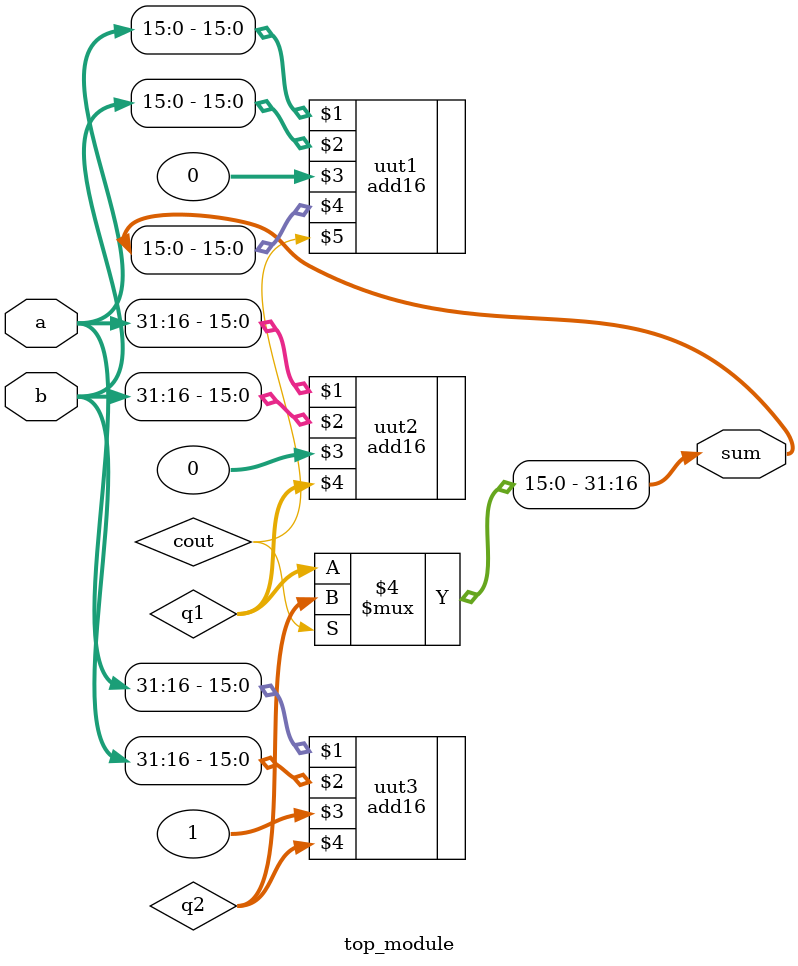
<source format=v>
module top_module(
    input [31:0] a,
    input [31:0] b,
    output [31:0] sum
);
    wire [15:0] q1,q2;
    wire cout;
    add16 uut1(a[15:0], b[15:0],0, sum[15:0],cout);
    add16 uut2(a[31:16],b[31:16],0,q1);
    add16 uut3(a[31:16],b[31:16],1,q2);
    
    assign sum[31:16] = (cout) ? q2 : q1;

endmodule

</source>
